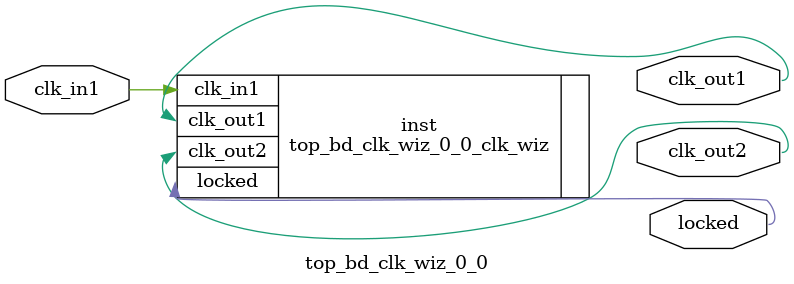
<source format=v>


`timescale 1ps/1ps

(* CORE_GENERATION_INFO = "top_bd_clk_wiz_0_0,clk_wiz_v6_0_11_0_0,{component_name=top_bd_clk_wiz_0_0,use_phase_alignment=true,use_min_o_jitter=false,use_max_i_jitter=false,use_dyn_phase_shift=false,use_inclk_switchover=false,use_dyn_reconfig=false,enable_axi=0,feedback_source=FDBK_AUTO,PRIMITIVE=MMCM,num_out_clk=2,clkin1_period=10.000,clkin2_period=10.000,use_power_down=false,use_reset=false,use_locked=true,use_inclk_stopped=false,feedback_type=SINGLE,CLOCK_MGR_TYPE=NA,manual_override=true}" *)

module top_bd_clk_wiz_0_0 
 (
  // Clock out ports
  output        clk_out1,
  output        clk_out2,
  // Status and control signals
  output        locked,
 // Clock in ports
  input         clk_in1
 );

  top_bd_clk_wiz_0_0_clk_wiz inst
  (
  // Clock out ports  
  .clk_out1(clk_out1),
  .clk_out2(clk_out2),
  // Status and control signals               
  .locked(locked),
 // Clock in ports
  .clk_in1(clk_in1)
  );

endmodule

</source>
